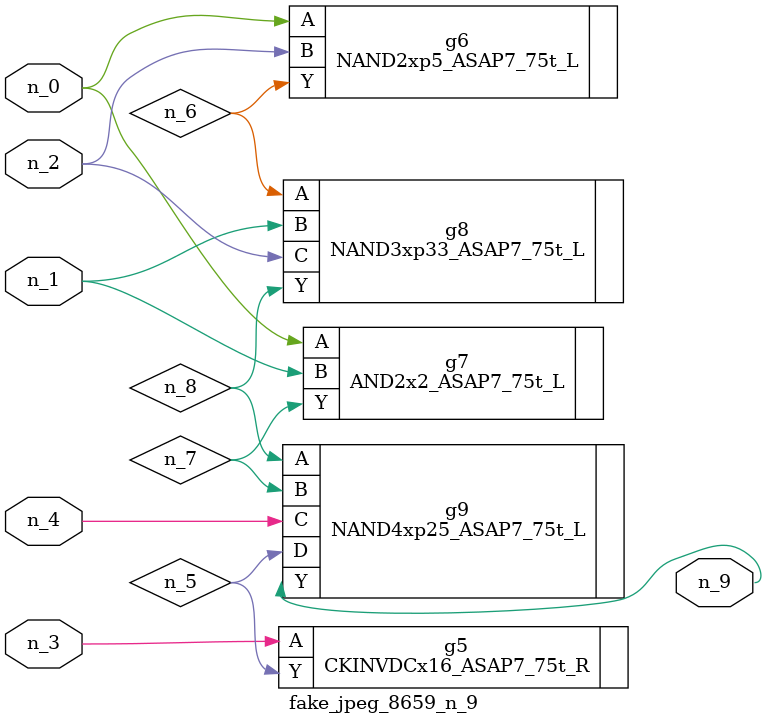
<source format=v>
module fake_jpeg_8659_n_9 (n_3, n_2, n_1, n_0, n_4, n_9);

input n_3;
input n_2;
input n_1;
input n_0;
input n_4;

output n_9;

wire n_8;
wire n_6;
wire n_5;
wire n_7;

CKINVDCx16_ASAP7_75t_R g5 ( 
.A(n_3),
.Y(n_5)
);

NAND2xp5_ASAP7_75t_L g6 ( 
.A(n_0),
.B(n_2),
.Y(n_6)
);

AND2x2_ASAP7_75t_L g7 ( 
.A(n_0),
.B(n_1),
.Y(n_7)
);

NAND3xp33_ASAP7_75t_L g8 ( 
.A(n_6),
.B(n_1),
.C(n_2),
.Y(n_8)
);

NAND4xp25_ASAP7_75t_L g9 ( 
.A(n_8),
.B(n_7),
.C(n_4),
.D(n_5),
.Y(n_9)
);


endmodule
</source>
